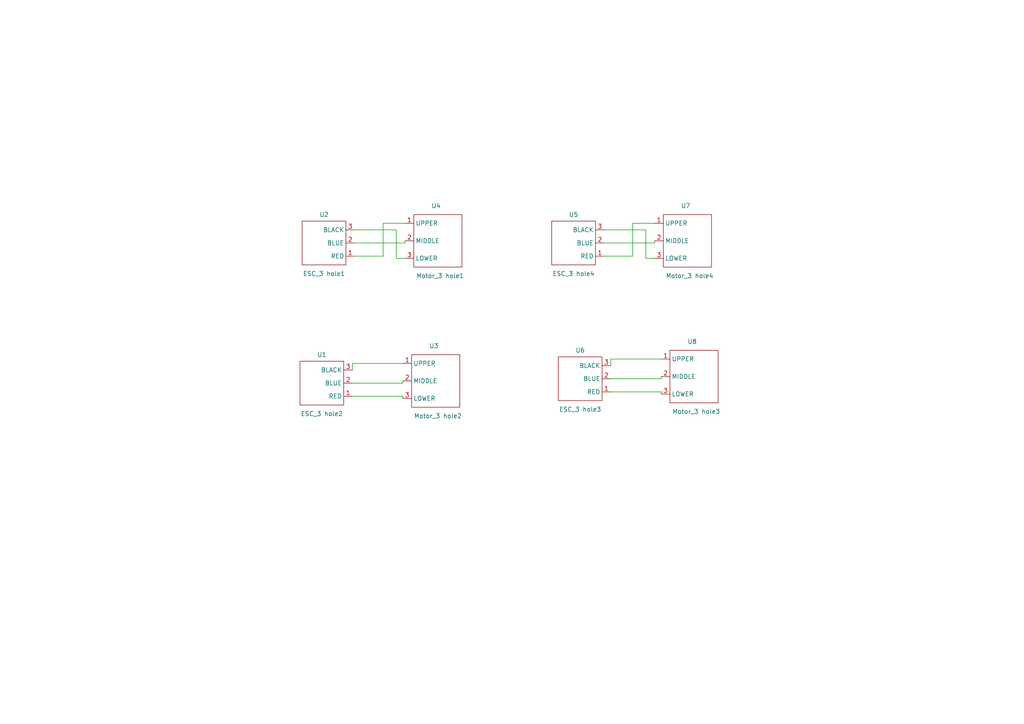
<source format=kicad_sch>
(kicad_sch (version 20230121) (generator eeschema)

  (uuid acb273bf-b8c8-45f7-b047-06a519c632bd)

  (paper "A4")

  (title_block
    (title "Quadcopter Lower frame")
  )

  (lib_symbols
    (symbol "New_Library:ESC_3" (in_bom yes) (on_board yes)
      (property "Reference" "U" (at 0 1.27 0)
        (effects (font (size 1.27 1.27)))
      )
      (property "Value" "" (at 0 0 0)
        (effects (font (size 1.27 1.27)))
      )
      (property "Footprint" "" (at 0 0 0)
        (effects (font (size 1.27 1.27)) hide)
      )
      (property "Datasheet" "" (at 0 0 0)
        (effects (font (size 1.27 1.27)) hide)
      )
      (symbol "ESC_3_0_1"
        (rectangle (start 0 0) (end 12.7 -12.7)
          (stroke (width 0) (type default))
          (fill (type none))
        )
      )
      (symbol "ESC_3_1_1"
        (pin input line (at -2.54 -2.54 0) (length 2.54)
          (name "RED" (effects (font (size 1.27 1.27))))
          (number "1" (effects (font (size 1.27 1.27))))
        )
        (pin input line (at -2.54 -6.35 0) (length 2.54)
          (name "BLUE" (effects (font (size 1.27 1.27))))
          (number "2" (effects (font (size 1.27 1.27))))
        )
        (pin input line (at -2.54 -10.16 0) (length 2.54)
          (name "BLACK" (effects (font (size 1.27 1.27))))
          (number "3" (effects (font (size 1.27 1.27))))
        )
      )
    )
    (symbol "New_Library:Motor_3" (in_bom yes) (on_board yes)
      (property "Reference" "U" (at 0 2.54 0)
        (effects (font (size 1.27 1.27)))
      )
      (property "Value" "" (at 0 0 0)
        (effects (font (size 1.27 1.27)))
      )
      (property "Footprint" "" (at 0 0 0)
        (effects (font (size 1.27 1.27)) hide)
      )
      (property "Datasheet" "" (at 0 0 0)
        (effects (font (size 1.27 1.27)) hide)
      )
      (symbol "Motor_3_0_1"
        (rectangle (start 0 0) (end 13.97 -15.24)
          (stroke (width 0) (type default))
          (fill (type none))
        )
      )
      (symbol "Motor_3_1_1"
        (pin input line (at -2.54 -2.54 0) (length 2.54)
          (name "UPPER" (effects (font (size 1.27 1.27))))
          (number "1" (effects (font (size 1.27 1.27))))
        )
        (pin input line (at -2.54 -7.62 0) (length 2.54)
          (name "MIDDLE" (effects (font (size 1.27 1.27))))
          (number "2" (effects (font (size 1.27 1.27))))
        )
        (pin input line (at -2.54 -12.7 0) (length 2.54)
          (name "LOWER" (effects (font (size 1.27 1.27))))
          (number "3" (effects (font (size 1.27 1.27))))
        )
      )
    )
  )


  (wire (pts (xy 111.125 64.77) (xy 117.475 64.77))
    (stroke (width 0) (type default))
    (uuid 01f23c22-cf97-470b-b5f7-100cc9632dae)
  )
  (wire (pts (xy 102.235 114.935) (xy 116.84 114.935))
    (stroke (width 0) (type default))
    (uuid 209b7336-3b57-417f-8e4f-3222db7686d3)
  )
  (wire (pts (xy 187.325 66.675) (xy 187.325 74.93))
    (stroke (width 0) (type default))
    (uuid 2f383c10-8b2f-457f-832d-f9d5d1d0280c)
  )
  (wire (pts (xy 177.165 106.045) (xy 177.165 104.14))
    (stroke (width 0) (type default))
    (uuid 305828b5-f9c5-4d75-ad2b-43def331f0fd)
  )
  (wire (pts (xy 177.165 104.14) (xy 191.77 104.14))
    (stroke (width 0) (type default))
    (uuid 3077221d-9eec-4f98-aa89-86f71b732780)
  )
  (wire (pts (xy 102.87 70.485) (xy 117.475 70.485))
    (stroke (width 0) (type default))
    (uuid 353df63a-9375-423d-b1b8-1821d687c56f)
  )
  (wire (pts (xy 187.325 74.93) (xy 189.865 74.93))
    (stroke (width 0) (type default))
    (uuid 36d88436-3c94-46af-996d-69c12f3e1ecf)
  )
  (wire (pts (xy 102.235 107.315) (xy 102.235 105.41))
    (stroke (width 0) (type default))
    (uuid 3a034eb4-ccaf-4744-a481-fd6035e1884f)
  )
  (wire (pts (xy 114.935 74.93) (xy 117.475 74.93))
    (stroke (width 0) (type default))
    (uuid 4f6d755f-8593-44f7-ae7e-e0004e268ed4)
  )
  (wire (pts (xy 102.235 111.125) (xy 116.84 111.125))
    (stroke (width 0) (type default))
    (uuid 54c0da4a-7b8e-49f2-9ba4-21ba1a28f260)
  )
  (wire (pts (xy 114.935 66.675) (xy 114.935 74.93))
    (stroke (width 0) (type default))
    (uuid 57497610-e563-4f57-9fea-e65a986a5a25)
  )
  (wire (pts (xy 191.77 113.665) (xy 191.77 114.3))
    (stroke (width 0) (type default))
    (uuid 623218b5-d67e-4568-b6d4-77de484477fc)
  )
  (wire (pts (xy 102.87 74.295) (xy 111.125 74.295))
    (stroke (width 0) (type default))
    (uuid 6ee034a0-ef54-4acf-be93-c404b5cc38c4)
  )
  (wire (pts (xy 189.865 70.485) (xy 189.865 69.85))
    (stroke (width 0) (type default))
    (uuid 732054bc-fcb2-4d2a-86b4-bd1197893632)
  )
  (wire (pts (xy 183.515 64.77) (xy 189.865 64.77))
    (stroke (width 0) (type default))
    (uuid 7bc23ea8-d30e-4a0d-b302-22db129f0a9d)
  )
  (wire (pts (xy 117.475 70.485) (xy 117.475 69.85))
    (stroke (width 0) (type default))
    (uuid 80d5dffe-98fb-4eb8-ab33-5acc5809bee7)
  )
  (wire (pts (xy 111.125 74.295) (xy 111.125 64.77))
    (stroke (width 0) (type default))
    (uuid 8e3ce91c-7e90-41d8-8be1-6d9e1cdf7041)
  )
  (wire (pts (xy 102.87 66.675) (xy 114.935 66.675))
    (stroke (width 0) (type default))
    (uuid 91539d6b-a9a8-4250-8ce6-474ad399f884)
  )
  (wire (pts (xy 175.26 70.485) (xy 189.865 70.485))
    (stroke (width 0) (type default))
    (uuid 9a7e233c-a548-49b8-a0e3-02c2aa00472e)
  )
  (wire (pts (xy 175.26 74.295) (xy 183.515 74.295))
    (stroke (width 0) (type default))
    (uuid 9f126c09-032c-45d5-b9dc-ddde8e81ef2c)
  )
  (wire (pts (xy 116.84 111.125) (xy 116.84 110.49))
    (stroke (width 0) (type default))
    (uuid a30c22fd-5207-440e-84b7-81c96bec471d)
  )
  (wire (pts (xy 183.515 74.295) (xy 183.515 64.77))
    (stroke (width 0) (type default))
    (uuid a41b358e-0915-4a25-8667-833e157d5281)
  )
  (wire (pts (xy 177.165 109.855) (xy 191.77 109.855))
    (stroke (width 0) (type default))
    (uuid abc074a3-7e67-4fb6-b2c0-a7f7096d1f6d)
  )
  (wire (pts (xy 177.165 113.665) (xy 191.77 113.665))
    (stroke (width 0) (type default))
    (uuid af425092-919b-4fcd-8066-174423186a60)
  )
  (wire (pts (xy 191.77 109.855) (xy 191.77 109.22))
    (stroke (width 0) (type default))
    (uuid b270d231-bd68-4206-934d-302ed8c864e4)
  )
  (wire (pts (xy 175.26 66.675) (xy 187.325 66.675))
    (stroke (width 0) (type default))
    (uuid b93c543a-2c37-43df-9c3c-32d38abf720e)
  )
  (wire (pts (xy 116.84 114.935) (xy 116.84 115.57))
    (stroke (width 0) (type default))
    (uuid bb759cb7-435d-4220-9c0f-3d9fd45b6d95)
  )
  (wire (pts (xy 102.235 105.41) (xy 116.84 105.41))
    (stroke (width 0) (type default))
    (uuid ead41687-662b-4ec5-94e0-f60aacfa1783)
  )

  (symbol (lib_id "New_Library:ESC_3") (at 172.72 76.835 180) (unit 1)
    (in_bom yes) (on_board yes) (dnp no)
    (uuid 1d9ef21f-6a0a-413b-bef9-a7f9bd793d43)
    (property "Reference" "U5" (at 166.37 62.23 0)
      (effects (font (size 1.27 1.27)))
    )
    (property "Value" "ESC_3 hole4" (at 166.37 79.375 0)
      (effects (font (size 1.27 1.27)))
    )
    (property "Footprint" "teensy4.0:esc_3pin" (at 172.72 76.835 0)
      (effects (font (size 1.27 1.27)) hide)
    )
    (property "Datasheet" "" (at 172.72 76.835 0)
      (effects (font (size 1.27 1.27)) hide)
    )
    (pin "1" (uuid 17ee9d7b-47f6-4f5d-b666-a4c7d9e23180))
    (pin "2" (uuid 8bc5edbd-a910-4b60-be8b-2d63f3edcaca))
    (pin "3" (uuid ea23fb86-d3dd-4ad7-a1fe-45645d8e48f2))
    (instances
      (project "quadcopter_L"
        (path "/acb273bf-b8c8-45f7-b047-06a519c632bd"
          (reference "U5") (unit 1)
        )
      )
      (project "quadcopter"
        (path "/c134f076-a695-40ce-b4ad-350f65c61328/df0318de-0bfc-40fb-b450-5106ac83ac60"
          (reference "U20") (unit 1)
        )
      )
    )
  )

  (symbol (lib_id "New_Library:Motor_3") (at 192.405 62.23 0) (unit 1)
    (in_bom yes) (on_board yes) (dnp no)
    (uuid 2f6445e4-1ba1-4dd1-a7e8-af2bd0015f7f)
    (property "Reference" "U7" (at 197.485 59.69 0)
      (effects (font (size 1.27 1.27)) (justify left))
    )
    (property "Value" "Motor_3 hole4" (at 200.025 80.01 0)
      (effects (font (size 1.27 1.27)))
    )
    (property "Footprint" "teensy4.0:motor" (at 192.405 62.23 0)
      (effects (font (size 1.27 1.27)) hide)
    )
    (property "Datasheet" "" (at 192.405 62.23 0)
      (effects (font (size 1.27 1.27)) hide)
    )
    (pin "1" (uuid db0f1923-06e2-426b-bc35-aa6fa1607129))
    (pin "2" (uuid 8b73c383-b80b-40d3-8b2f-aa932f137855))
    (pin "3" (uuid 0bf7c69d-7823-417f-8d47-5a22967c8cc2))
    (instances
      (project "quadcopter_L"
        (path "/acb273bf-b8c8-45f7-b047-06a519c632bd"
          (reference "U7") (unit 1)
        )
      )
      (project "quadcopter"
        (path "/c134f076-a695-40ce-b4ad-350f65c61328/df0318de-0bfc-40fb-b450-5106ac83ac60"
          (reference "U21") (unit 1)
        )
      )
    )
  )

  (symbol (lib_id "New_Library:Motor_3") (at 194.31 101.6 0) (unit 1)
    (in_bom yes) (on_board yes) (dnp no)
    (uuid 478e7a41-fcbd-4120-b55f-b03e98242cb2)
    (property "Reference" "U8" (at 199.39 99.06 0)
      (effects (font (size 1.27 1.27)) (justify left))
    )
    (property "Value" "Motor_3 hole3" (at 201.93 119.38 0)
      (effects (font (size 1.27 1.27)))
    )
    (property "Footprint" "teensy4.0:motor" (at 194.31 101.6 0)
      (effects (font (size 1.27 1.27)) hide)
    )
    (property "Datasheet" "" (at 194.31 101.6 0)
      (effects (font (size 1.27 1.27)) hide)
    )
    (pin "1" (uuid f3ccec54-13d4-4ed9-aa86-de516e1caac2))
    (pin "2" (uuid 59f7754c-3a79-42d0-9b05-c813c72ecfc5))
    (pin "3" (uuid 5689c36c-e4e4-4c1e-b85c-067db83d2727))
    (instances
      (project "quadcopter_L"
        (path "/acb273bf-b8c8-45f7-b047-06a519c632bd"
          (reference "U8") (unit 1)
        )
      )
      (project "quadcopter"
        (path "/c134f076-a695-40ce-b4ad-350f65c61328/df0318de-0bfc-40fb-b450-5106ac83ac60"
          (reference "U25") (unit 1)
        )
      )
    )
  )

  (symbol (lib_id "New_Library:ESC_3") (at 99.695 117.475 180) (unit 1)
    (in_bom yes) (on_board yes) (dnp no)
    (uuid 4879a4f2-0761-46cb-969f-1f97bc920fac)
    (property "Reference" "U1" (at 93.345 102.87 0)
      (effects (font (size 1.27 1.27)))
    )
    (property "Value" "ESC_3 hole2" (at 93.345 120.015 0)
      (effects (font (size 1.27 1.27)))
    )
    (property "Footprint" "teensy4.0:esc_3pin" (at 99.695 117.475 0)
      (effects (font (size 1.27 1.27)) hide)
    )
    (property "Datasheet" "" (at 99.695 117.475 0)
      (effects (font (size 1.27 1.27)) hide)
    )
    (pin "1" (uuid aa015762-8791-4335-8f43-24e5286940ca))
    (pin "2" (uuid 60301ad8-f22d-4af1-a826-4a6cbfde8df4))
    (pin "3" (uuid 798ed70f-f081-4ffc-98e5-a553e83c170c))
    (instances
      (project "quadcopter_L"
        (path "/acb273bf-b8c8-45f7-b047-06a519c632bd"
          (reference "U1") (unit 1)
        )
      )
      (project "quadcopter"
        (path "/c134f076-a695-40ce-b4ad-350f65c61328/df0318de-0bfc-40fb-b450-5106ac83ac60"
          (reference "U18") (unit 1)
        )
      )
    )
  )

  (symbol (lib_id "New_Library:ESC_3") (at 174.625 116.205 180) (unit 1)
    (in_bom yes) (on_board yes) (dnp no)
    (uuid 5573b243-2cad-4887-afc1-f044a639fe86)
    (property "Reference" "U6" (at 168.275 101.6 0)
      (effects (font (size 1.27 1.27)))
    )
    (property "Value" "ESC_3 hole3" (at 168.275 118.745 0)
      (effects (font (size 1.27 1.27)))
    )
    (property "Footprint" "teensy4.0:esc_3pin" (at 174.625 116.205 0)
      (effects (font (size 1.27 1.27)) hide)
    )
    (property "Datasheet" "" (at 174.625 116.205 0)
      (effects (font (size 1.27 1.27)) hide)
    )
    (pin "1" (uuid 14cac051-cbc3-4f8a-ba48-1b8705b9f2ef))
    (pin "2" (uuid 8e21c9bc-6d8a-4d07-996f-4e4ad6aa942e))
    (pin "3" (uuid fb91c231-5efd-4f22-975c-811bad2c71fe))
    (instances
      (project "quadcopter_L"
        (path "/acb273bf-b8c8-45f7-b047-06a519c632bd"
          (reference "U6") (unit 1)
        )
      )
      (project "quadcopter"
        (path "/c134f076-a695-40ce-b4ad-350f65c61328/df0318de-0bfc-40fb-b450-5106ac83ac60"
          (reference "U24") (unit 1)
        )
      )
    )
  )

  (symbol (lib_id "New_Library:Motor_3") (at 119.38 102.87 0) (unit 1)
    (in_bom yes) (on_board yes) (dnp no)
    (uuid 7a72dc5f-1caf-429e-ad90-7a131adc648d)
    (property "Reference" "U3" (at 124.46 100.33 0)
      (effects (font (size 1.27 1.27)) (justify left))
    )
    (property "Value" "Motor_3 hole2" (at 127 120.65 0)
      (effects (font (size 1.27 1.27)))
    )
    (property "Footprint" "teensy4.0:motor" (at 119.38 102.87 0)
      (effects (font (size 1.27 1.27)) hide)
    )
    (property "Datasheet" "" (at 119.38 102.87 0)
      (effects (font (size 1.27 1.27)) hide)
    )
    (pin "1" (uuid 60e22068-dd58-444f-a2bc-20edd4005c52))
    (pin "2" (uuid 4ae086b3-4e01-4603-ba52-670bb2ae78ea))
    (pin "3" (uuid ca5b7c9b-102b-4faa-8f1c-9ee38d07310d))
    (instances
      (project "quadcopter_L"
        (path "/acb273bf-b8c8-45f7-b047-06a519c632bd"
          (reference "U3") (unit 1)
        )
      )
      (project "quadcopter"
        (path "/c134f076-a695-40ce-b4ad-350f65c61328/df0318de-0bfc-40fb-b450-5106ac83ac60"
          (reference "U19") (unit 1)
        )
      )
    )
  )

  (symbol (lib_id "New_Library:ESC_3") (at 100.33 76.835 180) (unit 1)
    (in_bom yes) (on_board yes) (dnp no)
    (uuid bcedb5ce-8b3e-4d76-b7e4-5b417bc3c54d)
    (property "Reference" "U2" (at 93.98 62.23 0)
      (effects (font (size 1.27 1.27)))
    )
    (property "Value" "ESC_3 hole1" (at 93.98 79.375 0)
      (effects (font (size 1.27 1.27)))
    )
    (property "Footprint" "teensy4.0:esc_3pin" (at 100.33 76.835 0)
      (effects (font (size 1.27 1.27)) hide)
    )
    (property "Datasheet" "" (at 100.33 76.835 0)
      (effects (font (size 1.27 1.27)) hide)
    )
    (pin "1" (uuid 50056f20-6012-42b4-9423-6ade73515997))
    (pin "2" (uuid 91ac0466-53ad-4cb7-81c4-5f59ad9755aa))
    (pin "3" (uuid 3d54b85d-0b49-4548-943c-ea6167e01895))
    (instances
      (project "quadcopter_L"
        (path "/acb273bf-b8c8-45f7-b047-06a519c632bd"
          (reference "U2") (unit 1)
        )
      )
      (project "quadcopter"
        (path "/c134f076-a695-40ce-b4ad-350f65c61328/df0318de-0bfc-40fb-b450-5106ac83ac60"
          (reference "U16") (unit 1)
        )
      )
    )
  )

  (symbol (lib_id "New_Library:Motor_3") (at 120.015 62.23 0) (unit 1)
    (in_bom yes) (on_board yes) (dnp no)
    (uuid ff24a299-1e3c-4a5a-a042-d45b75418b9a)
    (property "Reference" "U4" (at 125.095 59.69 0)
      (effects (font (size 1.27 1.27)) (justify left))
    )
    (property "Value" "Motor_3 hole1" (at 127.635 80.01 0)
      (effects (font (size 1.27 1.27)))
    )
    (property "Footprint" "teensy4.0:motor" (at 120.015 62.23 0)
      (effects (font (size 1.27 1.27)) hide)
    )
    (property "Datasheet" "" (at 120.015 62.23 0)
      (effects (font (size 1.27 1.27)) hide)
    )
    (pin "1" (uuid 9a395200-e999-48d4-92a1-9b1378fbbcbf))
    (pin "2" (uuid cee138c7-b48f-4b48-b705-fa3117a6c789))
    (pin "3" (uuid 11e7383a-7472-42ed-b3bb-75f9536d43b1))
    (instances
      (project "quadcopter_L"
        (path "/acb273bf-b8c8-45f7-b047-06a519c632bd"
          (reference "U4") (unit 1)
        )
      )
      (project "quadcopter"
        (path "/c134f076-a695-40ce-b4ad-350f65c61328/df0318de-0bfc-40fb-b450-5106ac83ac60"
          (reference "U17") (unit 1)
        )
      )
    )
  )

  (sheet_instances
    (path "/" (page "1"))
  )
)

</source>
